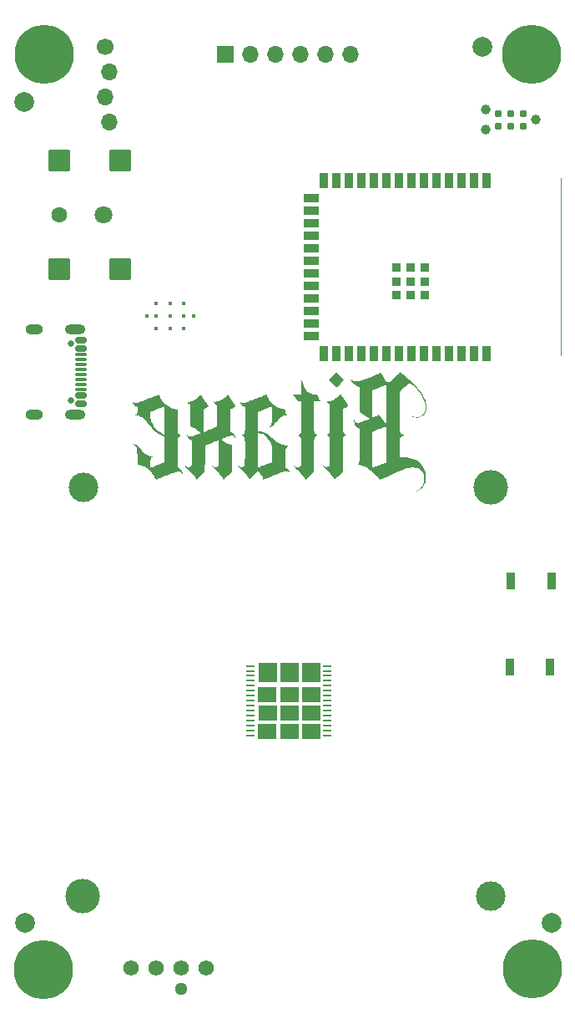
<source format=gbr>
%TF.GenerationSoftware,KiCad,Pcbnew,8.0.1*%
%TF.CreationDate,2024-09-06T16:13:18+08:00*%
%TF.ProjectId,bitaxeGamma,62697461-7865-4476-916d-6d612e6b6963,rev?*%
%TF.SameCoordinates,Original*%
%TF.FileFunction,Soldermask,Bot*%
%TF.FilePolarity,Negative*%
%FSLAX46Y46*%
G04 Gerber Fmt 4.6, Leading zero omitted, Abs format (unit mm)*
G04 Created by KiCad (PCBNEW 8.0.1) date 2024-09-06 16:13:18*
%MOMM*%
%LPD*%
G01*
G04 APERTURE LIST*
G04 Aperture macros list*
%AMRoundRect*
0 Rectangle with rounded corners*
0 $1 Rounding radius*
0 $2 $3 $4 $5 $6 $7 $8 $9 X,Y pos of 4 corners*
0 Add a 4 corners polygon primitive as box body*
4,1,4,$2,$3,$4,$5,$6,$7,$8,$9,$2,$3,0*
0 Add four circle primitives for the rounded corners*
1,1,$1+$1,$2,$3*
1,1,$1+$1,$4,$5*
1,1,$1+$1,$6,$7*
1,1,$1+$1,$8,$9*
0 Add four rect primitives between the rounded corners*
20,1,$1+$1,$2,$3,$4,$5,0*
20,1,$1+$1,$4,$5,$6,$7,0*
20,1,$1+$1,$6,$7,$8,$9,0*
20,1,$1+$1,$8,$9,$2,$3,0*%
G04 Aperture macros list end*
%ADD10C,0.120000*%
%ADD11C,0.000000*%
%ADD12C,3.000000*%
%ADD13C,0.800000*%
%ADD14C,6.000000*%
%ADD15R,1.700000X1.700000*%
%ADD16O,1.700000X1.700000*%
%ADD17C,3.500000*%
%ADD18C,0.400000*%
%ADD19C,1.295400*%
%ADD20C,1.574800*%
%ADD21C,1.700000*%
%ADD22C,2.000000*%
%ADD23C,0.650000*%
%ADD24RoundRect,0.150000X0.425000X-0.150000X0.425000X0.150000X-0.425000X0.150000X-0.425000X-0.150000X0*%
%ADD25RoundRect,0.075000X0.500000X-0.075000X0.500000X0.075000X-0.500000X0.075000X-0.500000X-0.075000X0*%
%ADD26O,1.800000X1.000000*%
%ADD27O,2.100000X1.000000*%
%ADD28R,0.900000X1.500000*%
%ADD29R,1.500000X0.900000*%
%ADD30R,0.900000X0.900000*%
%ADD31C,0.990600*%
%ADD32C,0.787400*%
%ADD33RoundRect,0.055250X0.340750X0.055250X-0.340750X0.055250X-0.340750X-0.055250X0.340750X-0.055250X0*%
%ADD34C,1.600000*%
%ADD35C,1.800000*%
%ADD36RoundRect,0.102000X1.000000X-1.000000X1.000000X1.000000X-1.000000X1.000000X-1.000000X-1.000000X0*%
%ADD37R,0.900000X1.800000*%
G04 APERTURE END LIST*
D10*
%TO.C,U4*%
X133180000Y-81610000D02*
X133180000Y-63610000D01*
%TO.C,U8*%
X104290562Y-115206000D02*
X102510562Y-115206000D01*
X102510562Y-116646000D01*
X104290562Y-116646000D01*
X104290562Y-115206000D01*
G36*
X104290562Y-115206000D02*
G01*
X102510562Y-115206000D01*
X102510562Y-116646000D01*
X104290562Y-116646000D01*
X104290562Y-115206000D01*
G37*
X104290562Y-118916000D02*
X102510562Y-118916000D01*
X102510562Y-120356000D01*
X104290562Y-120356000D01*
X104290562Y-118916000D01*
G36*
X104290562Y-118916000D02*
G01*
X102510562Y-118916000D01*
X102510562Y-120356000D01*
X104290562Y-120356000D01*
X104290562Y-118916000D01*
G37*
X104300562Y-112726000D02*
X102520562Y-112726000D01*
X102520562Y-114596000D01*
X104300562Y-114596000D01*
X104300562Y-112726000D01*
G36*
X104300562Y-112726000D02*
G01*
X102520562Y-112726000D01*
X102520562Y-114596000D01*
X104300562Y-114596000D01*
X104300562Y-112726000D01*
G37*
X104300562Y-117046000D02*
X102520562Y-117046000D01*
X102520562Y-118486000D01*
X104300562Y-118486000D01*
X104300562Y-117046000D01*
G36*
X104300562Y-117046000D02*
G01*
X102520562Y-117046000D01*
X102520562Y-118486000D01*
X104300562Y-118486000D01*
X104300562Y-117046000D01*
G37*
X106500562Y-115206000D02*
X104720562Y-115206000D01*
X104720562Y-116646000D01*
X106500562Y-116646000D01*
X106500562Y-115206000D01*
G36*
X106500562Y-115206000D02*
G01*
X104720562Y-115206000D01*
X104720562Y-116646000D01*
X106500562Y-116646000D01*
X106500562Y-115206000D01*
G37*
X106500562Y-118916000D02*
X104720562Y-118916000D01*
X104720562Y-120356000D01*
X106500562Y-120356000D01*
X106500562Y-118916000D01*
G36*
X106500562Y-118916000D02*
G01*
X104720562Y-118916000D01*
X104720562Y-120356000D01*
X106500562Y-120356000D01*
X106500562Y-118916000D01*
G37*
X106510562Y-112736000D02*
X104730562Y-112736000D01*
X104730562Y-114606000D01*
X106510562Y-114606000D01*
X106510562Y-112736000D01*
G36*
X106510562Y-112736000D02*
G01*
X104730562Y-112736000D01*
X104730562Y-114606000D01*
X106510562Y-114606000D01*
X106510562Y-112736000D01*
G37*
X106510562Y-117046000D02*
X104730562Y-117046000D01*
X104730562Y-118486000D01*
X106510562Y-118486000D01*
X106510562Y-117046000D01*
G36*
X106510562Y-117046000D02*
G01*
X104730562Y-117046000D01*
X104730562Y-118486000D01*
X106510562Y-118486000D01*
X106510562Y-117046000D01*
G37*
X108710562Y-112746000D02*
X106930562Y-112746000D01*
X106930562Y-114626000D01*
X108710562Y-114626000D01*
X108710562Y-112746000D01*
G36*
X108710562Y-112746000D02*
G01*
X106930562Y-112746000D01*
X106930562Y-114626000D01*
X108710562Y-114626000D01*
X108710562Y-112746000D01*
G37*
X108710562Y-115216000D02*
X106930562Y-115216000D01*
X106930562Y-116656000D01*
X108710562Y-116656000D01*
X108710562Y-115216000D01*
G36*
X108710562Y-115216000D02*
G01*
X106930562Y-115216000D01*
X106930562Y-116656000D01*
X108710562Y-116656000D01*
X108710562Y-115216000D01*
G37*
X108710562Y-118926000D02*
X106930562Y-118926000D01*
X106930562Y-120366000D01*
X108710562Y-120366000D01*
X108710562Y-118926000D01*
G36*
X108710562Y-118926000D02*
G01*
X106930562Y-118926000D01*
X106930562Y-120366000D01*
X108710562Y-120366000D01*
X108710562Y-118926000D01*
G37*
X108720562Y-117056000D02*
X106940562Y-117056000D01*
X106940562Y-118496000D01*
X108720562Y-118496000D01*
X108720562Y-117056000D01*
G36*
X108720562Y-117056000D02*
G01*
X106940562Y-117056000D01*
X106940562Y-118496000D01*
X108720562Y-118496000D01*
X108720562Y-117056000D01*
G37*
D11*
%TO.C,G\u002A\u002A\u002A*%
G36*
X110835225Y-83669191D02*
G01*
X111225774Y-84059740D01*
X110840646Y-84445290D01*
X110743775Y-84541920D01*
X110649131Y-84635592D01*
X110567917Y-84715197D01*
X110504115Y-84776859D01*
X110461707Y-84816699D01*
X110444677Y-84830841D01*
X110429633Y-84818501D01*
X110388808Y-84780268D01*
X110326321Y-84719953D01*
X110246154Y-84641434D01*
X110152289Y-84548587D01*
X110048708Y-84445290D01*
X109663579Y-84059740D01*
X110054128Y-83669191D01*
X110444677Y-83278642D01*
X110835225Y-83669191D01*
G37*
G36*
X106952962Y-84218195D02*
G01*
X107012788Y-84384727D01*
X107130174Y-84656382D01*
X107260097Y-84893409D01*
X107401616Y-85094547D01*
X107553792Y-85258537D01*
X107715685Y-85384116D01*
X107886356Y-85470027D01*
X107916657Y-85479077D01*
X107996489Y-85494470D01*
X108098933Y-85507422D01*
X108211773Y-85516200D01*
X108448024Y-85528872D01*
X108633717Y-85851383D01*
X108687239Y-85945026D01*
X108740061Y-86039000D01*
X108781920Y-86115205D01*
X108809482Y-86167559D01*
X108819410Y-86189981D01*
X108812654Y-86193248D01*
X108772106Y-86198329D01*
X108701063Y-86202393D01*
X108606604Y-86205090D01*
X108495806Y-86206067D01*
X108172203Y-86206067D01*
X108178046Y-87763614D01*
X108179056Y-88029567D01*
X108180108Y-88286071D01*
X108181182Y-88506491D01*
X108182369Y-88693760D01*
X108183761Y-88850811D01*
X108185446Y-88980576D01*
X108187518Y-89085988D01*
X108190065Y-89169980D01*
X108193180Y-89235484D01*
X108196952Y-89285434D01*
X108201474Y-89322762D01*
X108206835Y-89350400D01*
X108213126Y-89371282D01*
X108220439Y-89388341D01*
X108228864Y-89404508D01*
X108261787Y-89457864D01*
X108349332Y-89557893D01*
X108450475Y-89629877D01*
X108508694Y-89659932D01*
X108417585Y-89713326D01*
X108319765Y-89792653D01*
X108242377Y-89900266D01*
X108195128Y-90023485D01*
X108193591Y-90033321D01*
X108189824Y-90086905D01*
X108186397Y-90179408D01*
X108183334Y-90308844D01*
X108180661Y-90473224D01*
X108178401Y-90670562D01*
X108176578Y-90898870D01*
X108175218Y-91156162D01*
X108174344Y-91440449D01*
X108173980Y-91749745D01*
X108173471Y-93386531D01*
X107742630Y-93787538D01*
X107311790Y-94188545D01*
X107277386Y-94097910D01*
X107247290Y-94032073D01*
X107177868Y-93916154D01*
X107082976Y-93783702D01*
X106967059Y-93640128D01*
X106834561Y-93490847D01*
X106689927Y-93341272D01*
X106537600Y-93196816D01*
X106483754Y-93146978D01*
X106402109Y-93067371D01*
X106327474Y-92990122D01*
X106262576Y-92918696D01*
X106210143Y-92856560D01*
X106172904Y-92807181D01*
X106153586Y-92774024D01*
X106154918Y-92760556D01*
X106179628Y-92770243D01*
X106230444Y-92806551D01*
X106299366Y-92857410D01*
X106369454Y-92896819D01*
X106436950Y-92916253D01*
X106516137Y-92921454D01*
X106532152Y-92921097D01*
X106642284Y-92901731D01*
X106745371Y-92857661D01*
X106824867Y-92795630D01*
X106826684Y-92793536D01*
X106833773Y-92782700D01*
X106839814Y-92766544D01*
X106844873Y-92742039D01*
X106849018Y-92706155D01*
X106852314Y-92655863D01*
X106854829Y-92588133D01*
X106856628Y-92499937D01*
X106857778Y-92388244D01*
X106858346Y-92250025D01*
X106858398Y-92082251D01*
X106858000Y-91881892D01*
X106857219Y-91645920D01*
X106856122Y-91371304D01*
X106850337Y-89987937D01*
X106790861Y-89886750D01*
X106733692Y-89809469D01*
X106627929Y-89721251D01*
X106524473Y-89656939D01*
X106595168Y-89620671D01*
X106660367Y-89577358D01*
X106737556Y-89503287D01*
X106800898Y-89418954D01*
X106838416Y-89338263D01*
X106840403Y-89327806D01*
X106845101Y-89272011D01*
X106849184Y-89174805D01*
X106852651Y-89036374D01*
X106855498Y-88856905D01*
X106857723Y-88636583D01*
X106859323Y-88375593D01*
X106860296Y-88074124D01*
X106860639Y-87732359D01*
X106860755Y-86206067D01*
X106708307Y-86206067D01*
X106555859Y-86206067D01*
X106282673Y-85867470D01*
X106009487Y-85528872D01*
X106435121Y-85523240D01*
X106860755Y-85517608D01*
X106861024Y-84731444D01*
X106861292Y-83945279D01*
X106952962Y-84218195D01*
G37*
G36*
X110875684Y-85508401D02*
G01*
X110901173Y-85546235D01*
X110945271Y-85612062D01*
X111005209Y-85701741D01*
X111078222Y-85811131D01*
X111161542Y-85936090D01*
X111252402Y-86072478D01*
X111628268Y-86636921D01*
X111578013Y-86701135D01*
X111533263Y-86747758D01*
X111443903Y-86815237D01*
X111334780Y-86877924D01*
X111218190Y-86928062D01*
X111111453Y-86965971D01*
X111111453Y-88107771D01*
X111111446Y-88275760D01*
X111111559Y-88507622D01*
X111112114Y-88703489D01*
X111113445Y-88866832D01*
X111115885Y-89001120D01*
X111119767Y-89109823D01*
X111125425Y-89196412D01*
X111133192Y-89264355D01*
X111143400Y-89317123D01*
X111156384Y-89358185D01*
X111172477Y-89391011D01*
X111192011Y-89419071D01*
X111215321Y-89445835D01*
X111242739Y-89474772D01*
X111256864Y-89488805D01*
X111322178Y-89541654D01*
X111387734Y-89580913D01*
X111466066Y-89616790D01*
X111381498Y-89654924D01*
X111375494Y-89657712D01*
X111281872Y-89720387D01*
X111198671Y-89808646D01*
X111140101Y-89907615D01*
X111138050Y-89913353D01*
X111132956Y-89936914D01*
X111128511Y-89974168D01*
X111124674Y-90027659D01*
X111121401Y-90099929D01*
X111118649Y-90193524D01*
X111116374Y-90310985D01*
X111114534Y-90454858D01*
X111113085Y-90627686D01*
X111111983Y-90832012D01*
X111111187Y-91070380D01*
X111110652Y-91345334D01*
X111110335Y-91659417D01*
X111109217Y-93342654D01*
X110688391Y-93742728D01*
X110674494Y-93755934D01*
X110565705Y-93858938D01*
X110467267Y-93951493D01*
X110383136Y-94029930D01*
X110317265Y-94090579D01*
X110273609Y-94129771D01*
X110256123Y-94143836D01*
X110253726Y-94142893D01*
X110237968Y-94118544D01*
X110218096Y-94071351D01*
X110201334Y-94030446D01*
X110153397Y-93941437D01*
X110083781Y-93838666D01*
X109990413Y-93719559D01*
X109871219Y-93581541D01*
X109724123Y-93422036D01*
X109547051Y-93238470D01*
X109543132Y-93234475D01*
X109396872Y-93084228D01*
X109277197Y-92958886D01*
X109184596Y-92859026D01*
X109119552Y-92785223D01*
X109082554Y-92738053D01*
X109074086Y-92718092D01*
X109094636Y-92725916D01*
X109144690Y-92762100D01*
X109161332Y-92775007D01*
X109222126Y-92820072D01*
X109267670Y-92847117D01*
X109311821Y-92863145D01*
X109368432Y-92875156D01*
X109424247Y-92880245D01*
X109532354Y-92868158D01*
X109635541Y-92832791D01*
X109716601Y-92778902D01*
X109777901Y-92720173D01*
X109777784Y-91364474D01*
X109777450Y-91061641D01*
X109776407Y-90777058D01*
X109774652Y-90533703D01*
X109772182Y-90331350D01*
X109768993Y-90169770D01*
X109765081Y-90048738D01*
X109760444Y-89968026D01*
X109755076Y-89927406D01*
X109729641Y-89873164D01*
X109684106Y-89807892D01*
X109627056Y-89741021D01*
X109567001Y-89681715D01*
X109512452Y-89639140D01*
X109471918Y-89622460D01*
X109461738Y-89621456D01*
X109460241Y-89611288D01*
X109496605Y-89588775D01*
X109590651Y-89524440D01*
X109677420Y-89436473D01*
X109738314Y-89341998D01*
X109739156Y-89340168D01*
X109746794Y-89321373D01*
X109753334Y-89298885D01*
X109758862Y-89269539D01*
X109763465Y-89230169D01*
X109767229Y-89177612D01*
X109770239Y-89108701D01*
X109772582Y-89020272D01*
X109774344Y-88909160D01*
X109775610Y-88772200D01*
X109776467Y-88606226D01*
X109777001Y-88408073D01*
X109777298Y-88174578D01*
X109777443Y-87902574D01*
X109777901Y-86546497D01*
X109723429Y-86517344D01*
X109717003Y-86513566D01*
X109670874Y-86477206D01*
X109611948Y-86421367D01*
X109551012Y-86357292D01*
X109498855Y-86296221D01*
X109466268Y-86249396D01*
X109462396Y-86239552D01*
X109467939Y-86227474D01*
X109494743Y-86220368D01*
X109549610Y-86216913D01*
X109639339Y-86215787D01*
X109644743Y-86215764D01*
X109745420Y-86213103D01*
X109821565Y-86204306D01*
X109889472Y-86186406D01*
X109965431Y-86156439D01*
X110083913Y-86098122D01*
X110261573Y-85989272D01*
X110451696Y-85850389D01*
X110649303Y-85684906D01*
X110675153Y-85662002D01*
X110750198Y-85596617D01*
X110811604Y-85544759D01*
X110853607Y-85511228D01*
X110870442Y-85500822D01*
X110875684Y-85508401D01*
G37*
G36*
X94321726Y-88203688D02*
G01*
X94327450Y-89345307D01*
X94390708Y-89447836D01*
X94449755Y-89524977D01*
X94562645Y-89615543D01*
X94671323Y-89680721D01*
X94606011Y-89707774D01*
X94543402Y-89739855D01*
X94442182Y-89826730D01*
X94366349Y-89945412D01*
X94317438Y-90050447D01*
X94317235Y-91492995D01*
X94317031Y-92935544D01*
X94374332Y-92949316D01*
X94504813Y-92999651D01*
X94623731Y-93085425D01*
X94720321Y-93199404D01*
X94789662Y-93335721D01*
X94826830Y-93488511D01*
X94839564Y-93592695D01*
X94798954Y-93519767D01*
X94767864Y-93468659D01*
X94696223Y-93385706D01*
X94612548Y-93336540D01*
X94509179Y-93315767D01*
X94396328Y-93317778D01*
X94279739Y-93339423D01*
X94277012Y-93340249D01*
X94230067Y-93356189D01*
X94151537Y-93384567D01*
X94045832Y-93423686D01*
X93917364Y-93471846D01*
X93770541Y-93527347D01*
X93609773Y-93588491D01*
X93439472Y-93653579D01*
X93264047Y-93720910D01*
X93087908Y-93788787D01*
X92915465Y-93855510D01*
X92751128Y-93919380D01*
X92599308Y-93978697D01*
X92464414Y-94031763D01*
X92350857Y-94076879D01*
X92263046Y-94112345D01*
X92205393Y-94136462D01*
X92182306Y-94147531D01*
X92156950Y-94162429D01*
X92123410Y-94161789D01*
X92108335Y-94137849D01*
X92107708Y-94130648D01*
X92092011Y-94080784D01*
X92058316Y-94005401D01*
X92010789Y-93911903D01*
X91953592Y-93807696D01*
X91890888Y-93700184D01*
X91826843Y-93596772D01*
X91765618Y-93504865D01*
X91711378Y-93431868D01*
X91633746Y-93341345D01*
X91428675Y-93144290D01*
X91199837Y-92976294D01*
X90952588Y-92840495D01*
X90692285Y-92740029D01*
X90424283Y-92678034D01*
X90264283Y-92653320D01*
X90251592Y-91883221D01*
X90250405Y-91812732D01*
X90246370Y-91603183D01*
X90241813Y-91429431D01*
X90236204Y-91286956D01*
X90229012Y-91171235D01*
X90219709Y-91077750D01*
X90207764Y-91001978D01*
X90192648Y-90939400D01*
X90173831Y-90885494D01*
X90150784Y-90835740D01*
X90122975Y-90785617D01*
X90120847Y-90782042D01*
X90055158Y-90699440D01*
X89968535Y-90624924D01*
X89878803Y-90573944D01*
X89873811Y-90570360D01*
X89893019Y-90568784D01*
X89941313Y-90573315D01*
X90042375Y-90597494D01*
X90160102Y-90644707D01*
X90275032Y-90706919D01*
X90371015Y-90776491D01*
X90398820Y-90803695D01*
X90454315Y-90864996D01*
X90523987Y-90947126D01*
X90601656Y-91042752D01*
X90681141Y-91144537D01*
X90734840Y-91213508D01*
X90818912Y-91317242D01*
X90899591Y-91412229D01*
X90969785Y-91490190D01*
X91022398Y-91542845D01*
X91062638Y-91577211D01*
X91215232Y-91682141D01*
X91381116Y-91762486D01*
X91549910Y-91813887D01*
X91711234Y-91831990D01*
X91805458Y-91831990D01*
X91727919Y-91884679D01*
X91726511Y-91885637D01*
X91680191Y-91919536D01*
X91644507Y-91954123D01*
X91617967Y-91995254D01*
X91599082Y-92048782D01*
X91586361Y-92120563D01*
X91578314Y-92216452D01*
X91573451Y-92342305D01*
X91570280Y-92503975D01*
X91570271Y-92504579D01*
X91568454Y-92654882D01*
X91568425Y-92767967D01*
X91570389Y-92848244D01*
X91574549Y-92900125D01*
X91581111Y-92928019D01*
X91590277Y-92936337D01*
X91591076Y-92936279D01*
X91620124Y-92927830D01*
X91682001Y-92906515D01*
X91771195Y-92874430D01*
X91882191Y-92833666D01*
X92009476Y-92786318D01*
X92147538Y-92734478D01*
X92290864Y-92680241D01*
X92433940Y-92625699D01*
X92571254Y-92572945D01*
X92697292Y-92524073D01*
X92806541Y-92481175D01*
X92893488Y-92446347D01*
X92952621Y-92421679D01*
X92978425Y-92409267D01*
X92980554Y-92406582D01*
X92985763Y-92388149D01*
X92990120Y-92351420D01*
X92993668Y-92293796D01*
X92996447Y-92212681D01*
X92998497Y-92105477D01*
X92999861Y-91969587D01*
X93000578Y-91802416D01*
X93000690Y-91601364D01*
X93000238Y-91363836D01*
X92999262Y-91087234D01*
X92993897Y-89785247D01*
X92845552Y-89747576D01*
X92795197Y-89733623D01*
X92584188Y-89650458D01*
X92373511Y-89528486D01*
X92166508Y-89369879D01*
X91966522Y-89176806D01*
X91954304Y-89163562D01*
X91894802Y-89097043D01*
X91816697Y-89007551D01*
X91726200Y-88902295D01*
X91629520Y-88788485D01*
X91532865Y-88673329D01*
X91411974Y-88529984D01*
X91249584Y-88344170D01*
X91104594Y-88187826D01*
X90973619Y-88057822D01*
X90853274Y-87951029D01*
X90740175Y-87864315D01*
X90630938Y-87794552D01*
X90522177Y-87738608D01*
X90514875Y-87735308D01*
X90404294Y-87692014D01*
X90286919Y-87656257D01*
X90177336Y-87631939D01*
X90090130Y-87622966D01*
X90018498Y-87622966D01*
X90056588Y-87597653D01*
X91567307Y-87597653D01*
X91567708Y-87650108D01*
X91576720Y-87862890D01*
X91599702Y-88047668D01*
X91639589Y-88214539D01*
X91699311Y-88373600D01*
X91781803Y-88534948D01*
X91889995Y-88708680D01*
X91917006Y-88748242D01*
X92050892Y-88921724D01*
X92203075Y-89088150D01*
X92366516Y-89241311D01*
X92534179Y-89374999D01*
X92699026Y-89483007D01*
X92854021Y-89559125D01*
X92900901Y-89576869D01*
X92955065Y-89595307D01*
X92984250Y-89602457D01*
X92987222Y-89592193D01*
X92991070Y-89543051D01*
X92994468Y-89454586D01*
X92997396Y-89328175D01*
X92999836Y-89165195D01*
X93001767Y-88967024D01*
X93003170Y-88735040D01*
X93004026Y-88470619D01*
X93004316Y-88175140D01*
X93004259Y-88026074D01*
X93003937Y-87793751D01*
X93003352Y-87576138D01*
X93002527Y-87376604D01*
X93001489Y-87198520D01*
X93000260Y-87045257D01*
X92998866Y-86920185D01*
X92997331Y-86826675D01*
X92995680Y-86768097D01*
X92993937Y-86747822D01*
X92991503Y-86748422D01*
X92959821Y-86759684D01*
X92896275Y-86783599D01*
X92806237Y-86818064D01*
X92695077Y-86860979D01*
X92568166Y-86910239D01*
X92430874Y-86963742D01*
X92288571Y-87019386D01*
X92146628Y-87075069D01*
X92010417Y-87128688D01*
X91885306Y-87178140D01*
X91776668Y-87221323D01*
X91689872Y-87256135D01*
X91630289Y-87280473D01*
X91603290Y-87292234D01*
X91594124Y-87298428D01*
X91582050Y-87315882D01*
X91574136Y-87347708D01*
X91569576Y-87400731D01*
X91567568Y-87481772D01*
X91567307Y-87597653D01*
X90056588Y-87597653D01*
X90089298Y-87575915D01*
X90109228Y-87560563D01*
X90163325Y-87502836D01*
X90206982Y-87436061D01*
X90217845Y-87413574D01*
X90233814Y-87371933D01*
X90244274Y-87324765D01*
X90250353Y-87263036D01*
X90253174Y-87177714D01*
X90253865Y-87059764D01*
X90253865Y-86776270D01*
X90143230Y-86741395D01*
X90058403Y-86706242D01*
X89939051Y-86622638D01*
X89843108Y-86510508D01*
X89775444Y-86376095D01*
X89740927Y-86225641D01*
X89729100Y-86112301D01*
X89775716Y-86202561D01*
X89838802Y-86289077D01*
X89932429Y-86361967D01*
X90039340Y-86403558D01*
X90070304Y-86406574D01*
X90146405Y-86401553D01*
X90233759Y-86384628D01*
X90243350Y-86381914D01*
X90296052Y-86364473D01*
X90379854Y-86334744D01*
X90490374Y-86294407D01*
X90623228Y-86245146D01*
X90774034Y-86188642D01*
X90938409Y-86126576D01*
X91111969Y-86060630D01*
X91290333Y-85992487D01*
X91469118Y-85923827D01*
X91643940Y-85856333D01*
X91810416Y-85791686D01*
X91964165Y-85731569D01*
X92100803Y-85677662D01*
X92215947Y-85631648D01*
X92305215Y-85595208D01*
X92364223Y-85570025D01*
X92388590Y-85557779D01*
X92414471Y-85541528D01*
X92448806Y-85549415D01*
X92472066Y-85595165D01*
X92475889Y-85607757D01*
X92497208Y-85662159D01*
X92530356Y-85736720D01*
X92569968Y-85819160D01*
X92595756Y-85869606D01*
X92758633Y-86140535D01*
X92945653Y-86377530D01*
X93156687Y-86580498D01*
X93391607Y-86749341D01*
X93650281Y-86883965D01*
X93932582Y-86984274D01*
X94238379Y-87050172D01*
X94316002Y-87062069D01*
X94321583Y-88175140D01*
X94321726Y-88203688D01*
G37*
G36*
X105245907Y-92057041D02*
G01*
X105245907Y-92917613D01*
X105370928Y-92967812D01*
X105430008Y-92995089D01*
X105554364Y-93083226D01*
X105649593Y-93200838D01*
X105714408Y-93346505D01*
X105734620Y-93417897D01*
X105750000Y-93484787D01*
X105755573Y-93527171D01*
X105753328Y-93550543D01*
X105743744Y-93547509D01*
X105721785Y-93509348D01*
X105693905Y-93462287D01*
X105611304Y-93368746D01*
X105512841Y-93310573D01*
X105402588Y-93290562D01*
X105354520Y-93295517D01*
X105280084Y-93309868D01*
X105198761Y-93330325D01*
X105196858Y-93330871D01*
X105147588Y-93346997D01*
X105066904Y-93375570D01*
X104959208Y-93414896D01*
X104828901Y-93463281D01*
X104680384Y-93519031D01*
X104518060Y-93580452D01*
X104346329Y-93645850D01*
X104169594Y-93713530D01*
X103992255Y-93781799D01*
X103818714Y-93848961D01*
X103653373Y-93913324D01*
X103500633Y-93973193D01*
X103364896Y-94026874D01*
X103250563Y-94072673D01*
X103162036Y-94108895D01*
X103103716Y-94133846D01*
X103080005Y-94145833D01*
X103066191Y-94157840D01*
X103049936Y-94160477D01*
X103033194Y-94141356D01*
X103011533Y-94094620D01*
X102980518Y-94014414D01*
X102957215Y-93956363D01*
X102865871Y-93771175D01*
X102749948Y-93583181D01*
X102617823Y-93406421D01*
X102498437Y-93261820D01*
X102054938Y-93718972D01*
X102010996Y-93764104D01*
X101902447Y-93874102D01*
X101806275Y-93969421D01*
X101725747Y-94046955D01*
X101664126Y-94103597D01*
X101624678Y-94136240D01*
X101610667Y-94141776D01*
X101610188Y-94135996D01*
X101594021Y-94084945D01*
X101558675Y-94011146D01*
X101509185Y-93923607D01*
X101450586Y-93831333D01*
X101387913Y-93743331D01*
X101356524Y-93704912D01*
X101294815Y-93634712D01*
X101213091Y-93545222D01*
X101116602Y-93442104D01*
X101010600Y-93331021D01*
X100900335Y-93217634D01*
X100861484Y-93178017D01*
X100728732Y-93041405D01*
X100625077Y-92932341D01*
X100549720Y-92849813D01*
X100501860Y-92792811D01*
X100480696Y-92760325D01*
X100485428Y-92751343D01*
X100515255Y-92764856D01*
X100569376Y-92799853D01*
X100621986Y-92833797D01*
X100684304Y-92868648D01*
X100728345Y-92887115D01*
X100754000Y-92891983D01*
X100854280Y-92890795D01*
X100963060Y-92865032D01*
X101063798Y-92818099D01*
X101161904Y-92757447D01*
X101167267Y-91417164D01*
X101167527Y-91347696D01*
X101167849Y-91206887D01*
X102485038Y-91206887D01*
X102485101Y-91363235D01*
X102485493Y-91620762D01*
X102486217Y-91864144D01*
X102487246Y-92090323D01*
X102488553Y-92296239D01*
X102490109Y-92478834D01*
X102491887Y-92635049D01*
X102493859Y-92761825D01*
X102495998Y-92856105D01*
X102498276Y-92914828D01*
X102500665Y-92934936D01*
X102519082Y-92928771D01*
X102572479Y-92909080D01*
X102656175Y-92877532D01*
X102765668Y-92835843D01*
X102896456Y-92785727D01*
X103044036Y-92728899D01*
X103203906Y-92667074D01*
X103891518Y-92400612D01*
X103896970Y-91570235D01*
X103898110Y-91398476D01*
X103899062Y-91211383D01*
X103898896Y-91057340D01*
X103897027Y-90931497D01*
X103892866Y-90829007D01*
X103885829Y-90745021D01*
X103875328Y-90674692D01*
X103860777Y-90613171D01*
X103841589Y-90555610D01*
X103817178Y-90497162D01*
X103786957Y-90432977D01*
X103750340Y-90358209D01*
X103710480Y-90281669D01*
X103588173Y-90089899D01*
X103445758Y-89917878D01*
X103287874Y-89769139D01*
X103119161Y-89647217D01*
X102944256Y-89555645D01*
X102767800Y-89497956D01*
X102594431Y-89477684D01*
X102485038Y-89477437D01*
X102485038Y-91206887D01*
X101167849Y-91206887D01*
X101168186Y-91059654D01*
X101168058Y-90802734D01*
X101167160Y-90578444D01*
X101165509Y-90388289D01*
X101163121Y-90233776D01*
X101160012Y-90116412D01*
X101156200Y-90037703D01*
X101151701Y-89999156D01*
X101146978Y-89983090D01*
X101093056Y-89872002D01*
X101011135Y-89775451D01*
X100912147Y-89706778D01*
X100814920Y-89659712D01*
X100895809Y-89623496D01*
X100952938Y-89589809D01*
X101035424Y-89515822D01*
X101104781Y-89425817D01*
X101148140Y-89334529D01*
X101150874Y-89322142D01*
X101156156Y-89274719D01*
X101160633Y-89197578D01*
X101164335Y-89089011D01*
X101167294Y-88947312D01*
X101169541Y-88770773D01*
X101171107Y-88557687D01*
X101172024Y-88306346D01*
X101172322Y-88015043D01*
X101172322Y-86776270D01*
X101061688Y-86741395D01*
X100976861Y-86706242D01*
X100857509Y-86622638D01*
X100761566Y-86510508D01*
X100693901Y-86376095D01*
X100659385Y-86225641D01*
X100647558Y-86112301D01*
X100694174Y-86202561D01*
X100757393Y-86289208D01*
X100850913Y-86361994D01*
X100957591Y-86403513D01*
X100983192Y-86406375D01*
X101061203Y-86401151D01*
X101155540Y-86381207D01*
X101170133Y-86376746D01*
X101228147Y-86356820D01*
X101318109Y-86324409D01*
X101435294Y-86281315D01*
X101574974Y-86229342D01*
X101732423Y-86170292D01*
X101902914Y-86105966D01*
X102081721Y-86038168D01*
X102264115Y-85968700D01*
X102445372Y-85899364D01*
X102620763Y-85831963D01*
X102785563Y-85768298D01*
X102935043Y-85710173D01*
X103064479Y-85659390D01*
X103169142Y-85617751D01*
X103244306Y-85587059D01*
X103285245Y-85569115D01*
X103316302Y-85554335D01*
X103356014Y-85542142D01*
X103376900Y-85554798D01*
X103390524Y-85595165D01*
X103408235Y-85646507D01*
X103445078Y-85729953D01*
X103494694Y-85830182D01*
X103551983Y-85937350D01*
X103611849Y-86041616D01*
X103669192Y-86133138D01*
X103677407Y-86145375D01*
X103819863Y-86327650D01*
X103991568Y-86501823D01*
X104182778Y-86659787D01*
X104383750Y-86793439D01*
X104584739Y-86894673D01*
X104686352Y-86932559D01*
X104838590Y-86979085D01*
X105001368Y-87019755D01*
X105157351Y-87049874D01*
X105235489Y-87062262D01*
X105235832Y-87212384D01*
X105238365Y-87275518D01*
X105263321Y-87400449D01*
X105316628Y-87498900D01*
X105400372Y-87575467D01*
X105470856Y-87622966D01*
X105389637Y-87623274D01*
X105342452Y-87626378D01*
X105260955Y-87637788D01*
X105176626Y-87654651D01*
X105168801Y-87656518D01*
X105045374Y-87693013D01*
X104931246Y-87742438D01*
X104821443Y-87808680D01*
X104710993Y-87895628D01*
X104594922Y-88007171D01*
X104468254Y-88147195D01*
X104326018Y-88319590D01*
X104282507Y-88373427D01*
X104152540Y-88524765D01*
X104035793Y-88643604D01*
X103927727Y-88733388D01*
X103823802Y-88797564D01*
X103719480Y-88839575D01*
X103610222Y-88862866D01*
X103516457Y-88875353D01*
X103578967Y-88840531D01*
X103614314Y-88819059D01*
X103722445Y-88727057D01*
X103801212Y-88615712D01*
X103817538Y-88582297D01*
X103839986Y-88527551D01*
X103858492Y-88466967D01*
X103873521Y-88396066D01*
X103885538Y-88310368D01*
X103895008Y-88205395D01*
X103902396Y-88076666D01*
X103908168Y-87919703D01*
X103912789Y-87730026D01*
X103916722Y-87503155D01*
X103918938Y-87331049D01*
X103920220Y-87172141D01*
X103920579Y-87031738D01*
X103920037Y-86914473D01*
X103918615Y-86824977D01*
X103916334Y-86767883D01*
X103913217Y-86747822D01*
X103911509Y-86748169D01*
X103881561Y-86758513D01*
X103819409Y-86781673D01*
X103730439Y-86815544D01*
X103620033Y-86858017D01*
X103493574Y-86906988D01*
X103356446Y-86960350D01*
X103214031Y-87015995D01*
X103071713Y-87071817D01*
X102934875Y-87125710D01*
X102808900Y-87175568D01*
X102699172Y-87219283D01*
X102611073Y-87254749D01*
X102549987Y-87279860D01*
X102521297Y-87292509D01*
X102520880Y-87292735D01*
X102512403Y-87299608D01*
X102505397Y-87312441D01*
X102499752Y-87334805D01*
X102495353Y-87370271D01*
X102492090Y-87422410D01*
X102489848Y-87494794D01*
X102488517Y-87590994D01*
X102487983Y-87714581D01*
X102488134Y-87869126D01*
X102488858Y-88058200D01*
X102490041Y-88285376D01*
X102495456Y-89258651D01*
X102682987Y-89271588D01*
X102787792Y-89282177D01*
X102905062Y-89304056D01*
X103019997Y-89338459D01*
X103137092Y-89387853D01*
X103260844Y-89454704D01*
X103395750Y-89541480D01*
X103546306Y-89650647D01*
X103717009Y-89784672D01*
X103912355Y-89946021D01*
X104063378Y-90070861D01*
X104258942Y-90224002D01*
X104436714Y-90350755D01*
X104602421Y-90453993D01*
X104761789Y-90536591D01*
X104920541Y-90601423D01*
X105084404Y-90651362D01*
X105259103Y-90689283D01*
X105450363Y-90718060D01*
X105550635Y-90730584D01*
X105464210Y-90824345D01*
X105416622Y-90883718D01*
X105359239Y-90970458D01*
X105311846Y-91057287D01*
X105245907Y-91196469D01*
X105245907Y-91211383D01*
X105245907Y-92057041D01*
G37*
G36*
X96706501Y-85545981D02*
G01*
X96733746Y-85582419D01*
X96779421Y-85646962D01*
X96840714Y-85735534D01*
X96914811Y-85844058D01*
X96998900Y-85968457D01*
X97090168Y-86104653D01*
X97097526Y-86115680D01*
X97199815Y-86269346D01*
X97281048Y-86392518D01*
X97343387Y-86488969D01*
X97388996Y-86562474D01*
X97420041Y-86616805D01*
X97438685Y-86655736D01*
X97447092Y-86683040D01*
X97447426Y-86702490D01*
X97441852Y-86717861D01*
X97403760Y-86765286D01*
X97336242Y-86823661D01*
X97250643Y-86883879D01*
X97157364Y-86938652D01*
X97066802Y-86980692D01*
X96942462Y-87028906D01*
X96942462Y-88190661D01*
X96942504Y-88337706D01*
X96942711Y-88545010D01*
X96943077Y-88736786D01*
X96943586Y-88909299D01*
X96944219Y-89058812D01*
X96944961Y-89181593D01*
X96945795Y-89273905D01*
X96946704Y-89332013D01*
X96947671Y-89352183D01*
X96947698Y-89352180D01*
X96968225Y-89344530D01*
X97023120Y-89323347D01*
X97108047Y-89290323D01*
X97218668Y-89247151D01*
X97350647Y-89195523D01*
X97499647Y-89137132D01*
X97661330Y-89073671D01*
X98369779Y-88795393D01*
X98362012Y-87708027D01*
X98354244Y-86620662D01*
X98177209Y-86443627D01*
X98175209Y-86441626D01*
X98107799Y-86372952D01*
X98053813Y-86315646D01*
X98018693Y-86275644D01*
X98007881Y-86258886D01*
X98016822Y-86257395D01*
X98057030Y-86260608D01*
X98116841Y-86270096D01*
X98188347Y-86277931D01*
X98338102Y-86265427D01*
X98503088Y-86218008D01*
X98680623Y-86136997D01*
X98868029Y-86023716D01*
X99062626Y-85879484D01*
X99261732Y-85705624D01*
X99334897Y-85639603D01*
X99396864Y-85588785D01*
X99441359Y-85558013D01*
X99462319Y-85551933D01*
X99463756Y-85553759D01*
X99483075Y-85581451D01*
X99521185Y-85637535D01*
X99574657Y-85716869D01*
X99640060Y-85814309D01*
X99713966Y-85924713D01*
X99792943Y-86042938D01*
X99873563Y-86163841D01*
X99952394Y-86282279D01*
X100026007Y-86393110D01*
X100090971Y-86491190D01*
X100143858Y-86571378D01*
X100181237Y-86628529D01*
X100199677Y-86657502D01*
X100202687Y-86677535D01*
X100181029Y-86721509D01*
X100132175Y-86775372D01*
X100062480Y-86833989D01*
X99978298Y-86892226D01*
X99885982Y-86944948D01*
X99791888Y-86987021D01*
X99692913Y-87024362D01*
X99692913Y-88177971D01*
X99692913Y-88202922D01*
X99692989Y-88447975D01*
X99693264Y-88654867D01*
X99693841Y-88826811D01*
X99694822Y-88967021D01*
X99696308Y-89078709D01*
X99698400Y-89165087D01*
X99701201Y-89229369D01*
X99704811Y-89274768D01*
X99709332Y-89304496D01*
X99714866Y-89321766D01*
X99721514Y-89329790D01*
X99729377Y-89331783D01*
X99758104Y-89335512D01*
X99830765Y-89361581D01*
X99912972Y-89406164D01*
X99991721Y-89461696D01*
X100054008Y-89520613D01*
X100062167Y-89530468D01*
X100125193Y-89629410D01*
X100172661Y-89744429D01*
X100175591Y-89753963D01*
X100202672Y-89850092D01*
X100213384Y-89908414D01*
X100207608Y-89929456D01*
X100185224Y-89913747D01*
X100146112Y-89861816D01*
X100099776Y-89801503D01*
X100017517Y-89730768D01*
X99923233Y-89694737D01*
X99811097Y-89691652D01*
X99675283Y-89719754D01*
X99658101Y-89724970D01*
X99592826Y-89746835D01*
X99504354Y-89778285D01*
X99399613Y-89816671D01*
X99285531Y-89859345D01*
X99169038Y-89903657D01*
X99057061Y-89946958D01*
X98956530Y-89986601D01*
X98874373Y-90019936D01*
X98817519Y-90044314D01*
X98792896Y-90057087D01*
X98794223Y-90064982D01*
X98820552Y-90093977D01*
X98871986Y-90138478D01*
X98942306Y-90193903D01*
X99025294Y-90255672D01*
X99114729Y-90319201D01*
X99204392Y-90379909D01*
X99288064Y-90433214D01*
X99359525Y-90474534D01*
X99365144Y-90477509D01*
X99462868Y-90523448D01*
X99569044Y-90565033D01*
X99661658Y-90593591D01*
X99666067Y-90594667D01*
X99741312Y-90613106D01*
X99801360Y-90627954D01*
X99833561Y-90636083D01*
X99836707Y-90639436D01*
X99841704Y-90658717D01*
X99845973Y-90697180D01*
X99849559Y-90757325D01*
X99852512Y-90841650D01*
X99854880Y-90952654D01*
X99856709Y-91092836D01*
X99858049Y-91264694D01*
X99858946Y-91470729D01*
X99859450Y-91713438D01*
X99859607Y-91995320D01*
X99859607Y-93347654D01*
X99427244Y-93755422D01*
X99404238Y-93777116D01*
X99294849Y-93880180D01*
X99196559Y-93972643D01*
X99113209Y-94050904D01*
X99048639Y-94111360D01*
X99006690Y-94150408D01*
X98991200Y-94164448D01*
X98983944Y-94152795D01*
X98963748Y-94112367D01*
X98935831Y-94052805D01*
X98927664Y-94035265D01*
X98883562Y-93950046D01*
X98830779Y-93864455D01*
X98765619Y-93773887D01*
X98684386Y-93673735D01*
X98583382Y-93559395D01*
X98458911Y-93426260D01*
X98307276Y-93269726D01*
X98305399Y-93267810D01*
X98157582Y-93115980D01*
X98038670Y-92991444D01*
X97947409Y-92892768D01*
X97882544Y-92818517D01*
X97842823Y-92767257D01*
X97826990Y-92737553D01*
X97833794Y-92727970D01*
X97857596Y-92740102D01*
X97892514Y-92772586D01*
X97916248Y-92795183D01*
X97994394Y-92844432D01*
X98087213Y-92880163D01*
X98175683Y-92894206D01*
X98247284Y-92888511D01*
X98343301Y-92858010D01*
X98447917Y-92796900D01*
X98526055Y-92743139D01*
X98526055Y-91452690D01*
X98526019Y-91221891D01*
X98525836Y-90991437D01*
X98525421Y-90797043D01*
X98524687Y-90635699D01*
X98523549Y-90504396D01*
X98521921Y-90400123D01*
X98519717Y-90319872D01*
X98516852Y-90260631D01*
X98513238Y-90219392D01*
X98508791Y-90193146D01*
X98503425Y-90178881D01*
X98497053Y-90173589D01*
X98489591Y-90174259D01*
X98471920Y-90180672D01*
X98417968Y-90200893D01*
X98333520Y-90232837D01*
X98223354Y-90274688D01*
X98092251Y-90324627D01*
X97944990Y-90380840D01*
X97786350Y-90441511D01*
X97119574Y-90696744D01*
X97109156Y-92030574D01*
X97098737Y-93364404D01*
X96673016Y-93762351D01*
X96247294Y-94160299D01*
X96170263Y-94006964D01*
X96142674Y-93954637D01*
X96093816Y-93872976D01*
X96034864Y-93787659D01*
X95962404Y-93694573D01*
X95873024Y-93589607D01*
X95763314Y-93468650D01*
X95629859Y-93327592D01*
X95469249Y-93162319D01*
X95374914Y-93065374D01*
X95281923Y-92968131D01*
X95202872Y-92883678D01*
X95141624Y-92816203D01*
X95102043Y-92769895D01*
X95087991Y-92748941D01*
X95090868Y-92744264D01*
X95115019Y-92752041D01*
X95155710Y-92781367D01*
X95165367Y-92789255D01*
X95229267Y-92833723D01*
X95290480Y-92866566D01*
X95316736Y-92876166D01*
X95430229Y-92892950D01*
X95549155Y-92878166D01*
X95660118Y-92834757D01*
X95749721Y-92765667D01*
X95796766Y-92714519D01*
X95791394Y-91446728D01*
X95786022Y-90178937D01*
X95692257Y-90148066D01*
X95630330Y-90124001D01*
X95501543Y-90046464D01*
X95397330Y-89943431D01*
X95323210Y-89821157D01*
X95284699Y-89685901D01*
X95281411Y-89662346D01*
X95271258Y-89596642D01*
X95262743Y-89550365D01*
X95263870Y-89541935D01*
X95278975Y-89560050D01*
X95305553Y-89605670D01*
X95324570Y-89638094D01*
X95370170Y-89701605D01*
X95413066Y-89746248D01*
X95430694Y-89758928D01*
X95514043Y-89799520D01*
X95605620Y-89821644D01*
X95686267Y-89820117D01*
X95709181Y-89813143D01*
X95766534Y-89793254D01*
X95849794Y-89763222D01*
X95952460Y-89725498D01*
X96068028Y-89682535D01*
X96189997Y-89636783D01*
X96311864Y-89590693D01*
X96427125Y-89546717D01*
X96529280Y-89507305D01*
X96611824Y-89474909D01*
X96668255Y-89451981D01*
X96692072Y-89440971D01*
X96687231Y-89429777D01*
X96658014Y-89398671D01*
X96610349Y-89356238D01*
X96489318Y-89256395D01*
X96336170Y-89135564D01*
X96203754Y-89039220D01*
X96087095Y-88964239D01*
X95981218Y-88907500D01*
X95881149Y-88865880D01*
X95781913Y-88836256D01*
X95636105Y-88800461D01*
X95624307Y-87697840D01*
X95621954Y-87482338D01*
X95619482Y-87273333D01*
X95617086Y-87099696D01*
X95614616Y-86958072D01*
X95611923Y-86845104D01*
X95608856Y-86757438D01*
X95605267Y-86691718D01*
X95601005Y-86644589D01*
X95595922Y-86612695D01*
X95589867Y-86592680D01*
X95582692Y-86581189D01*
X95574245Y-86574866D01*
X95550190Y-86558265D01*
X95498780Y-86513511D01*
X95437647Y-86453974D01*
X95376874Y-86389999D01*
X95326543Y-86331933D01*
X95296738Y-86290123D01*
X95284758Y-86266055D01*
X95286841Y-86251655D01*
X95320616Y-86260230D01*
X95353148Y-86266914D01*
X95419803Y-86272800D01*
X95496967Y-86274010D01*
X95607121Y-86261676D01*
X95768216Y-86214805D01*
X95941656Y-86135294D01*
X96123220Y-86025472D01*
X96308692Y-85887663D01*
X96493853Y-85724195D01*
X96505163Y-85713404D01*
X96577511Y-85645392D01*
X96638159Y-85590075D01*
X96681035Y-85552894D01*
X96700072Y-85539291D01*
X96706501Y-85545981D01*
G37*
G36*
X117551978Y-84631446D02*
G01*
X117408593Y-84753929D01*
X117357351Y-84798345D01*
X117250367Y-84892961D01*
X117152838Y-84981656D01*
X117070371Y-85059203D01*
X117008573Y-85120373D01*
X116973054Y-85159940D01*
X116961784Y-85174683D01*
X116941173Y-85201915D01*
X116923062Y-85228277D01*
X116907287Y-85256429D01*
X116893689Y-85289028D01*
X116882106Y-85328734D01*
X116872377Y-85378206D01*
X116864340Y-85440103D01*
X116857834Y-85517083D01*
X116852698Y-85611806D01*
X116848770Y-85726931D01*
X116845889Y-85865117D01*
X116843894Y-86029022D01*
X116842623Y-86221306D01*
X116841916Y-86444627D01*
X116841610Y-86701645D01*
X116841545Y-86995019D01*
X116841559Y-87327407D01*
X116841619Y-87555697D01*
X116841952Y-87873173D01*
X116842603Y-88152341D01*
X116843599Y-88395236D01*
X116844965Y-88603897D01*
X116846729Y-88780360D01*
X116848918Y-88926663D01*
X116851559Y-89044842D01*
X116854677Y-89136935D01*
X116858300Y-89204980D01*
X116862455Y-89251012D01*
X116867168Y-89277070D01*
X116878577Y-89308226D01*
X116935759Y-89402897D01*
X117019252Y-89492370D01*
X117118220Y-89566337D01*
X117221830Y-89614491D01*
X117276108Y-89632921D01*
X117323429Y-89652795D01*
X117341641Y-89665981D01*
X117325794Y-89678653D01*
X117280349Y-89700535D01*
X117215681Y-89726148D01*
X117101531Y-89779032D01*
X116983060Y-89869944D01*
X116897633Y-89985964D01*
X116893671Y-89993444D01*
X116883481Y-90014628D01*
X116875060Y-90038148D01*
X116868209Y-90067938D01*
X116862729Y-90107931D01*
X116858418Y-90162062D01*
X116855079Y-90234262D01*
X116852511Y-90328468D01*
X116850515Y-90448611D01*
X116848994Y-90589040D01*
X116848890Y-90598626D01*
X116847437Y-90782446D01*
X116845957Y-91004006D01*
X116839937Y-91936728D01*
X116950141Y-91926665D01*
X117072216Y-91915969D01*
X117188994Y-91907519D01*
X117286335Y-91903508D01*
X117376162Y-91903737D01*
X117470400Y-91908007D01*
X117580972Y-91916118D01*
X117886215Y-91956593D01*
X118179448Y-92030141D01*
X118445953Y-92135300D01*
X118685313Y-92271739D01*
X118897113Y-92439128D01*
X119080939Y-92637137D01*
X119236373Y-92865434D01*
X119363001Y-93123689D01*
X119460407Y-93411572D01*
X119479871Y-93486304D01*
X119495620Y-93559932D01*
X119506130Y-93633392D01*
X119512487Y-93717140D01*
X119515776Y-93821636D01*
X119517084Y-93957338D01*
X119517347Y-94044669D01*
X119516676Y-94151474D01*
X119513804Y-94231084D01*
X119507717Y-94292299D01*
X119497406Y-94343924D01*
X119481858Y-94394760D01*
X119460062Y-94453611D01*
X119458056Y-94458814D01*
X119352858Y-94684259D01*
X119223392Y-94882650D01*
X119072458Y-95050860D01*
X118902851Y-95185758D01*
X118717371Y-95284216D01*
X118674960Y-95301063D01*
X118605462Y-95324716D01*
X118569462Y-95330995D01*
X118568476Y-95320967D01*
X118604019Y-95295695D01*
X118677603Y-95256245D01*
X118824002Y-95166551D01*
X118973098Y-95038521D01*
X119101549Y-94888943D01*
X119199002Y-94728298D01*
X119267605Y-94567329D01*
X119314489Y-94406662D01*
X119340790Y-94235974D01*
X119349703Y-94040685D01*
X119349743Y-94030300D01*
X119339393Y-93825340D01*
X119305883Y-93649759D01*
X119246700Y-93496975D01*
X119159327Y-93360409D01*
X119041250Y-93233477D01*
X119023281Y-93217159D01*
X118875488Y-93105835D01*
X118713447Y-93024332D01*
X118532150Y-92971121D01*
X118326592Y-92944673D01*
X118091765Y-92943460D01*
X118068218Y-92944554D01*
X117887016Y-92958833D01*
X117716957Y-92984480D01*
X117548962Y-93023967D01*
X117373953Y-93079772D01*
X117182852Y-93154369D01*
X116966580Y-93250233D01*
X116915321Y-93273712D01*
X116816728Y-93318283D01*
X116689159Y-93375511D01*
X116537890Y-93443046D01*
X116368196Y-93518537D01*
X116185351Y-93599636D01*
X115994633Y-93683993D01*
X115801314Y-93769257D01*
X115715367Y-93807098D01*
X115519969Y-93892974D01*
X115358064Y-93963733D01*
X115226339Y-94020646D01*
X115121482Y-94064987D01*
X115040177Y-94098029D01*
X114979112Y-94121043D01*
X114934973Y-94135304D01*
X114904446Y-94142082D01*
X114884218Y-94142652D01*
X114870975Y-94138285D01*
X114861403Y-94130255D01*
X114857136Y-94125659D01*
X114824653Y-94090072D01*
X114772177Y-94032128D01*
X114705973Y-93958756D01*
X114632308Y-93876886D01*
X114619370Y-93862541D01*
X114403144Y-93637346D01*
X114177034Y-93427318D01*
X113945951Y-93236060D01*
X113714805Y-93067176D01*
X113488508Y-92924267D01*
X113271972Y-92810938D01*
X113070107Y-92730792D01*
X112994020Y-92709415D01*
X112892415Y-92686191D01*
X112785939Y-92665823D01*
X112689578Y-92651157D01*
X112618317Y-92645036D01*
X112615148Y-92632226D01*
X112631373Y-92594018D01*
X112664519Y-92539357D01*
X112693873Y-92492129D01*
X112732736Y-92417950D01*
X112756759Y-92357035D01*
X112761033Y-92321246D01*
X112764958Y-92244264D01*
X112768400Y-92127437D01*
X112771349Y-91971690D01*
X112773792Y-91777948D01*
X112775718Y-91547136D01*
X112777115Y-91280180D01*
X112777520Y-91137351D01*
X114091108Y-91137351D01*
X114091124Y-91268340D01*
X114091324Y-91581884D01*
X114091779Y-91856758D01*
X114092519Y-92095135D01*
X114093575Y-92299186D01*
X114094980Y-92471082D01*
X114096762Y-92612993D01*
X114098955Y-92727092D01*
X114101589Y-92815549D01*
X114104694Y-92880536D01*
X114108303Y-92924224D01*
X114112446Y-92948784D01*
X114117154Y-92956388D01*
X114136965Y-92950668D01*
X114191269Y-92931808D01*
X114274070Y-92901812D01*
X114379852Y-92862775D01*
X114503093Y-92816792D01*
X114638277Y-92765959D01*
X114779885Y-92712370D01*
X114922397Y-92658122D01*
X115060296Y-92605309D01*
X115188063Y-92556027D01*
X115300178Y-92512371D01*
X115391125Y-92476437D01*
X115455383Y-92450319D01*
X115487435Y-92436114D01*
X115494519Y-92431631D01*
X115500849Y-92424433D01*
X115506348Y-92411990D01*
X115511076Y-92391701D01*
X115515090Y-92360964D01*
X115518450Y-92317175D01*
X115521212Y-92257733D01*
X115523436Y-92180037D01*
X115525180Y-92081483D01*
X115526502Y-91959471D01*
X115527461Y-91811397D01*
X115528114Y-91634660D01*
X115528521Y-91426658D01*
X115528739Y-91184789D01*
X115528828Y-90906450D01*
X115528844Y-90589040D01*
X115528840Y-90460198D01*
X115528776Y-90158027D01*
X115528595Y-89893991D01*
X115528244Y-89665545D01*
X115527672Y-89470144D01*
X115526826Y-89305242D01*
X115525657Y-89168294D01*
X115524111Y-89056756D01*
X115522138Y-88968081D01*
X115519685Y-88899726D01*
X115516701Y-88849144D01*
X115513134Y-88813791D01*
X115508933Y-88791121D01*
X115504046Y-88778589D01*
X115498421Y-88773650D01*
X115492007Y-88773760D01*
X115470968Y-88781043D01*
X115414240Y-88802215D01*
X115327417Y-88835290D01*
X115215197Y-88878461D01*
X115082278Y-88929919D01*
X114933359Y-88987855D01*
X114773139Y-89050461D01*
X114091108Y-89317528D01*
X114091108Y-91137351D01*
X112777520Y-91137351D01*
X112777972Y-90978004D01*
X112778277Y-90641533D01*
X112778393Y-89003086D01*
X112643473Y-88915183D01*
X112527772Y-88831449D01*
X112404602Y-88711659D01*
X112317738Y-88580371D01*
X112264153Y-88432683D01*
X112240816Y-88263696D01*
X112239716Y-88240355D01*
X112238183Y-88150258D01*
X112243184Y-88098152D01*
X112254925Y-88081374D01*
X112269582Y-88091671D01*
X112278654Y-88128257D01*
X112290888Y-88185580D01*
X112328977Y-88260788D01*
X112383353Y-88331148D01*
X112444186Y-88381612D01*
X112486931Y-88403560D01*
X112533134Y-88418511D01*
X112585147Y-88424138D01*
X112647631Y-88419476D01*
X112725247Y-88403554D01*
X112822656Y-88375404D01*
X112944519Y-88334058D01*
X113095497Y-88278548D01*
X113280252Y-88207905D01*
X113303820Y-88198788D01*
X113444874Y-88143878D01*
X113572402Y-88093658D01*
X113681326Y-88050170D01*
X113766567Y-88015458D01*
X113823047Y-87991562D01*
X113845688Y-87980525D01*
X113844242Y-87977111D01*
X113817290Y-87954885D01*
X113760567Y-87915053D01*
X113678252Y-87860362D01*
X113574525Y-87793561D01*
X113453568Y-87717399D01*
X113319560Y-87634624D01*
X112778393Y-87303381D01*
X112778393Y-87233852D01*
X114094728Y-87233852D01*
X114095256Y-87409474D01*
X114096355Y-87553321D01*
X114098061Y-87667880D01*
X114100411Y-87755637D01*
X114103444Y-87819078D01*
X114107196Y-87860688D01*
X114111705Y-87882955D01*
X114117007Y-87888363D01*
X114262233Y-87832146D01*
X114386130Y-87782699D01*
X114481383Y-87742340D01*
X114553484Y-87708481D01*
X114607922Y-87678530D01*
X114650188Y-87649896D01*
X114685770Y-87619991D01*
X114772779Y-87539788D01*
X114872189Y-87701188D01*
X114916197Y-87770400D01*
X115021938Y-87924834D01*
X115140367Y-88085443D01*
X115260738Y-88237900D01*
X115372304Y-88367880D01*
X115392519Y-88389821D01*
X115446260Y-88445129D01*
X115487900Y-88483651D01*
X115509756Y-88498109D01*
X115511868Y-88488801D01*
X115514834Y-88441409D01*
X115517569Y-88355667D01*
X115520054Y-88233562D01*
X115522271Y-88077083D01*
X115524199Y-87888216D01*
X115525820Y-87668949D01*
X115527114Y-87421270D01*
X115528062Y-87147165D01*
X115528645Y-86848624D01*
X115528844Y-86527632D01*
X115528844Y-84557155D01*
X115484563Y-84571210D01*
X115465311Y-84578039D01*
X115409382Y-84598753D01*
X115323073Y-84631132D01*
X115211229Y-84673347D01*
X115078690Y-84723570D01*
X114930301Y-84779972D01*
X114770904Y-84840723D01*
X114101527Y-85096181D01*
X114096170Y-86497298D01*
X114095233Y-86777342D01*
X114094733Y-87023970D01*
X114094728Y-87233852D01*
X112778393Y-87233852D01*
X112778393Y-86051385D01*
X112778393Y-84799388D01*
X112575235Y-84702943D01*
X112534971Y-84683348D01*
X112333589Y-84568325D01*
X112165903Y-84441727D01*
X112033497Y-84305436D01*
X111937957Y-84161337D01*
X111880865Y-84011311D01*
X111863807Y-83857244D01*
X111866039Y-83757748D01*
X111885274Y-83843290D01*
X111912186Y-83913965D01*
X111970707Y-84003415D01*
X112046917Y-84083886D01*
X112129483Y-84141535D01*
X112162363Y-84156770D01*
X112296824Y-84198360D01*
X112450116Y-84219893D01*
X112607273Y-84218945D01*
X112618600Y-84217883D01*
X112659234Y-84212254D01*
X112706208Y-84202533D01*
X112763128Y-84187481D01*
X112833598Y-84165860D01*
X112921224Y-84136431D01*
X113029611Y-84097956D01*
X113162365Y-84049195D01*
X113323090Y-83988912D01*
X113515392Y-83915866D01*
X113742876Y-83828820D01*
X113787007Y-83811888D01*
X113977978Y-83738480D01*
X114157028Y-83669439D01*
X114320299Y-83606268D01*
X114463933Y-83550467D01*
X114584071Y-83503538D01*
X114676857Y-83466984D01*
X114738431Y-83442305D01*
X114764937Y-83431003D01*
X114781695Y-83420441D01*
X114828931Y-83384605D01*
X114882887Y-83338551D01*
X114962529Y-83266599D01*
X114988091Y-83345480D01*
X115021363Y-83432013D01*
X115078387Y-83552397D01*
X115147859Y-83679540D01*
X115222538Y-83799422D01*
X115222784Y-83799788D01*
X115261756Y-83851812D01*
X115318549Y-83920112D01*
X115387535Y-83998707D01*
X115463084Y-84081617D01*
X115539568Y-84162863D01*
X115611358Y-84236464D01*
X115672826Y-84296439D01*
X115718342Y-84336810D01*
X115742277Y-84351596D01*
X115749996Y-84346973D01*
X115784807Y-84318442D01*
X115843198Y-84267222D01*
X115921015Y-84197196D01*
X116014105Y-84112249D01*
X116118312Y-84016262D01*
X116229484Y-83913121D01*
X116343465Y-83806707D01*
X116456103Y-83700905D01*
X116563241Y-83599597D01*
X116660727Y-83506668D01*
X116744406Y-83426000D01*
X116810124Y-83361477D01*
X116853727Y-83316982D01*
X116871060Y-83296398D01*
X116877313Y-83284520D01*
X116900186Y-83268085D01*
X116917181Y-83277171D01*
X116962723Y-83308058D01*
X117030607Y-83356899D01*
X117115160Y-83419603D01*
X117210714Y-83492080D01*
X117503641Y-83724937D01*
X117823871Y-84000189D01*
X118123327Y-84280259D01*
X118399804Y-84562525D01*
X118651096Y-84844368D01*
X118874998Y-85123167D01*
X119069304Y-85396302D01*
X119231808Y-85661151D01*
X119360305Y-85915096D01*
X119452589Y-86155515D01*
X119465998Y-86199403D01*
X119508569Y-86360083D01*
X119541800Y-86519815D01*
X119563356Y-86666138D01*
X119570900Y-86786588D01*
X119570535Y-86807598D01*
X119560238Y-86925507D01*
X119538121Y-87057196D01*
X119507334Y-87188802D01*
X119471026Y-87306466D01*
X119432349Y-87396324D01*
X119378625Y-87484073D01*
X119253776Y-87632008D01*
X119105723Y-87748677D01*
X118939196Y-87831999D01*
X118758925Y-87879893D01*
X118569639Y-87890277D01*
X118376068Y-87861072D01*
X118230183Y-87813654D01*
X118061294Y-87734545D01*
X117905553Y-87636336D01*
X117772466Y-87525151D01*
X117671541Y-87407115D01*
X117664517Y-87395947D01*
X117666383Y-87389774D01*
X117692609Y-87411296D01*
X117740430Y-87458453D01*
X117887268Y-87591817D01*
X118063551Y-87708259D01*
X118251886Y-87787365D01*
X118456518Y-87831347D01*
X118468758Y-87832826D01*
X118659030Y-87836881D01*
X118839370Y-87806261D01*
X119004713Y-87743455D01*
X119149994Y-87650957D01*
X119270148Y-87531257D01*
X119360110Y-87386846D01*
X119383617Y-87334660D01*
X119428818Y-87212465D01*
X119457419Y-87089823D01*
X119472006Y-86953309D01*
X119475165Y-86789496D01*
X119475032Y-86776292D01*
X119472403Y-86669770D01*
X119465586Y-86583831D01*
X119452152Y-86503506D01*
X119429671Y-86413828D01*
X119395717Y-86299832D01*
X119350948Y-86167154D01*
X119255893Y-85940595D01*
X119136407Y-85714759D01*
X118989922Y-85485773D01*
X118813871Y-85249761D01*
X118605686Y-85002851D01*
X118362800Y-84741167D01*
X118252875Y-84628358D01*
X118155394Y-84534493D01*
X118072142Y-84467404D01*
X117997416Y-84427167D01*
X117925509Y-84413860D01*
X117850717Y-84427558D01*
X117767335Y-84468337D01*
X117669657Y-84536275D01*
X117643839Y-84557155D01*
X117551978Y-84631446D01*
G37*
%TD*%
D12*
%TO.C,H6*%
X84764000Y-94984000D03*
%TD*%
%TO.C,H5*%
X126130000Y-136350000D03*
%TD*%
D13*
%TO.C,H1*%
X127985010Y-51120990D03*
X128644020Y-49530000D03*
X128644020Y-52711980D03*
X130235010Y-48870990D03*
D14*
X130235010Y-51120990D03*
D13*
X130235010Y-53370990D03*
X131826000Y-49530000D03*
X131826000Y-52711980D03*
X132485010Y-51120990D03*
%TD*%
%TO.C,H3*%
X128052000Y-143728000D03*
X128711010Y-142137010D03*
X128711010Y-145318990D03*
X130302000Y-141478000D03*
D14*
X130302000Y-143728000D03*
D13*
X130302000Y-145978000D03*
X131892990Y-142137010D03*
X131892990Y-145318990D03*
X132552000Y-143728000D03*
%TD*%
D15*
%TO.C,J4*%
X99171505Y-51054000D03*
D16*
X101711505Y-51054000D03*
X104251505Y-51054000D03*
X106791505Y-51054000D03*
X109331505Y-51054000D03*
X111871505Y-51054000D03*
%TD*%
D13*
%TO.C,H4*%
X78455010Y-143830990D03*
X79114020Y-142240000D03*
X79114020Y-145421980D03*
X80705010Y-141580990D03*
D14*
X80705010Y-143830990D03*
D13*
X80705010Y-146080990D03*
X82296000Y-142240000D03*
X82296000Y-145421980D03*
X82955010Y-143830990D03*
%TD*%
D17*
%TO.C,H8*%
X84710000Y-136360000D03*
%TD*%
D13*
%TO.C,H2*%
X78558000Y-51054000D03*
X79217010Y-49463010D03*
X79217010Y-52644990D03*
X80808000Y-48804000D03*
D14*
X80808000Y-51054000D03*
D13*
X80808000Y-53304000D03*
X82398990Y-49463010D03*
X82398990Y-52644990D03*
X83058000Y-51054000D03*
%TD*%
D17*
%TO.C,H7*%
X126060000Y-94910000D03*
%TD*%
D18*
%TO.C,U2*%
X92180000Y-78870000D03*
X93580000Y-78870000D03*
X94980000Y-78870000D03*
X91180000Y-77590000D03*
X92180000Y-77590000D03*
X93580000Y-77590000D03*
X94980000Y-77590000D03*
X95980000Y-77590000D03*
X92180000Y-76310000D03*
X93580000Y-76310000D03*
X94980000Y-76310000D03*
%TD*%
D19*
%TO.C,J6*%
X94701000Y-145782001D03*
D20*
X89621000Y-143622000D03*
X92161000Y-143622000D03*
X94701000Y-143622000D03*
X97241000Y-143622000D03*
%TD*%
D21*
%TO.C,J3*%
X87005000Y-50292000D03*
D16*
X87405000Y-52832000D03*
X87005000Y-55372000D03*
X87405000Y-57912000D03*
%TD*%
D22*
%TO.C,FID7*%
X132260000Y-139060000D03*
%TD*%
D23*
%TO.C,J5*%
X83470000Y-86150000D03*
X83470000Y-80370000D03*
D24*
X84545000Y-86460000D03*
X84545000Y-85660000D03*
D25*
X84545000Y-84510000D03*
X84545000Y-83510000D03*
X84545000Y-83010000D03*
X84545000Y-82010000D03*
D24*
X84545000Y-80060000D03*
X84545000Y-80860000D03*
D25*
X84545000Y-81510000D03*
X84545000Y-82510000D03*
X84545000Y-84010000D03*
X84545000Y-85010000D03*
D26*
X79790000Y-87580000D03*
D27*
X83970000Y-87580000D03*
D26*
X79790000Y-78940000D03*
D27*
X83970000Y-78940000D03*
%TD*%
D28*
%TO.C,U4*%
X125690000Y-81360000D03*
X124420000Y-81360000D03*
X123150000Y-81360000D03*
X121880000Y-81360000D03*
X120610000Y-81360000D03*
X119340000Y-81360000D03*
X118070000Y-81360000D03*
X116800000Y-81360000D03*
X115530000Y-81360000D03*
X114260000Y-81360000D03*
X112990000Y-81360000D03*
X111720000Y-81360000D03*
X110450000Y-81360000D03*
X109180000Y-81360000D03*
D29*
X107930000Y-79595000D03*
X107930000Y-78325000D03*
X107930000Y-77055000D03*
X107930000Y-75785000D03*
X107930000Y-74515000D03*
X107930000Y-73245000D03*
X107930000Y-71975000D03*
X107930000Y-70705000D03*
X107930000Y-69435000D03*
X107930000Y-68165000D03*
X107930000Y-66895000D03*
X107930000Y-65625000D03*
D28*
X109180000Y-63860000D03*
X110450000Y-63860000D03*
X111720000Y-63860000D03*
X112990000Y-63860000D03*
X114260000Y-63860000D03*
X115530000Y-63860000D03*
X116800000Y-63860000D03*
X118070000Y-63860000D03*
X119340000Y-63860000D03*
X120610000Y-63860000D03*
X121880000Y-63860000D03*
X123150000Y-63860000D03*
X124420000Y-63860000D03*
X125690000Y-63860000D03*
D30*
X116570000Y-75510000D03*
X117970000Y-75510000D03*
X119370000Y-75510000D03*
X116570000Y-74110000D03*
X117970000Y-74110000D03*
X119370000Y-74110000D03*
X116570000Y-72710000D03*
X117970000Y-72710000D03*
X119370000Y-72710000D03*
%TD*%
D31*
%TO.C,J2*%
X130670000Y-57730000D03*
X125590000Y-58746000D03*
X125590000Y-56714000D03*
D32*
X129400000Y-58365000D03*
X129400000Y-57095000D03*
X128130000Y-58365000D03*
X128130000Y-57095000D03*
X126860000Y-58365000D03*
X126860000Y-57095000D03*
%TD*%
D33*
%TO.C,U8*%
X109526562Y-113032000D03*
X109526562Y-113534000D03*
X109526562Y-114036000D03*
X109526562Y-114538000D03*
X109526562Y-115040000D03*
X109526562Y-115542000D03*
X109526562Y-116044000D03*
X109526562Y-116546000D03*
X109526562Y-117048000D03*
X109526562Y-117550000D03*
X109526562Y-118052000D03*
X109526562Y-118554000D03*
X109526562Y-119056000D03*
X109526562Y-119558000D03*
X109526562Y-120060000D03*
X101694562Y-120060000D03*
X101694562Y-119558000D03*
X101694562Y-119056000D03*
X101694562Y-118554000D03*
X101694562Y-118052000D03*
X101694562Y-117550000D03*
X101694562Y-117048000D03*
X101694562Y-116546000D03*
X101694562Y-116044000D03*
X101694562Y-115542000D03*
X101694562Y-115040000D03*
X101694562Y-114538000D03*
X101694562Y-114036000D03*
X101694562Y-113534000D03*
X101694562Y-113032000D03*
%TD*%
D22*
%TO.C,FID8*%
X78850000Y-139070000D03*
%TD*%
D34*
%TO.C,J1*%
X82330000Y-67360000D03*
D35*
X86830000Y-67360000D03*
D36*
X82330000Y-72860000D03*
X88530000Y-72860000D03*
X82330000Y-61860000D03*
X88530000Y-61860000D03*
%TD*%
D37*
%TO.C,SW1*%
X132246000Y-104448000D03*
X128136000Y-104448000D03*
%TD*%
D22*
%TO.C,FID5*%
X125270000Y-50310000D03*
%TD*%
D37*
%TO.C,SW2*%
X132142000Y-113155000D03*
X128032000Y-113155000D03*
%TD*%
D22*
%TO.C,FID6*%
X78750000Y-55900000D03*
%TD*%
M02*

</source>
